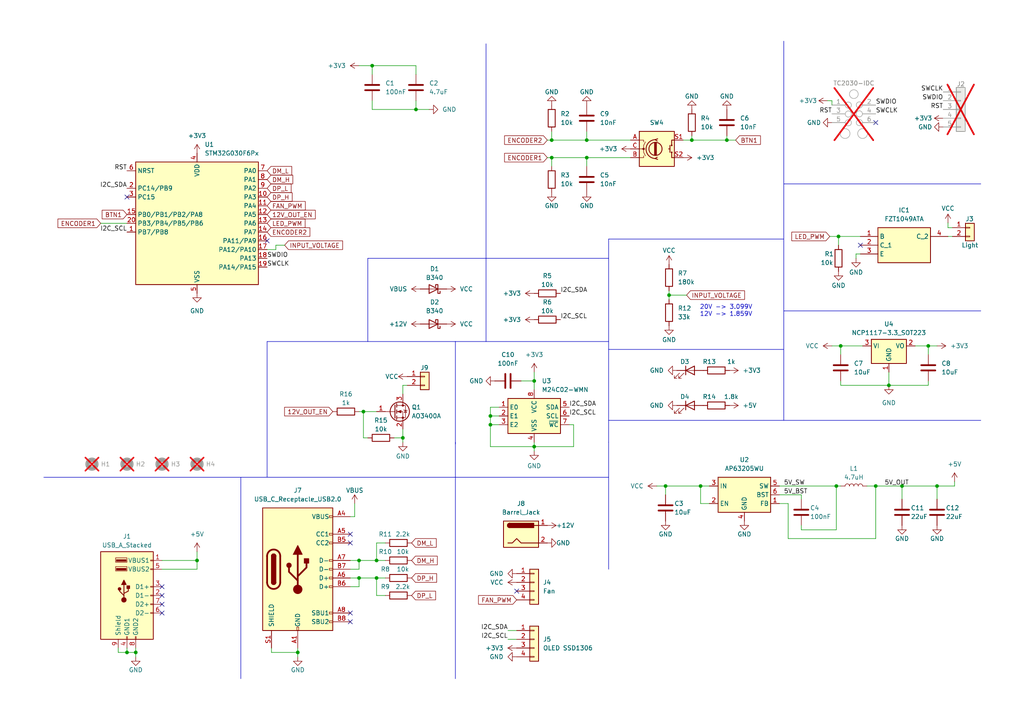
<source format=kicad_sch>
(kicad_sch (version 20231120) (generator "eeschema") (generator_version "8.0")
  (paper "A4")
  (junction (at 154.94 129.54))
  (junction (at 107.95 19.05))
  (junction (at 271.78 140.97))
  (junction (at 154.94 110.49))
  (junction (at 86.36 189.23))
  (junction (at 254 140.97))
  (junction (at 109.22 167.64))
  (junction (at 261.62 140.97))
  (junction (at 269.24 100.33))
  (junction (at 194.056 85.598))
  (junction (at 210.82 40.64))
  (junction (at 242.57 140.97))
  (junction (at 39.37 189.23))
  (junction (at 142.24 123.19))
  (junction (at 104.14 162.56))
  (junction (at 104.14 167.64))
  (junction (at 160.02 45.72))
  (junction (at 36.83 189.23))
  (junction (at 160.02 40.64))
  (junction (at 170.18 40.64))
  (junction (at 193.04 140.97))
  (junction (at 116.84 127))
  (junction (at 203.2 140.97))
  (junction (at 200.66 40.64))
  (junction (at 257.81 111.76))
  (junction (at 170.18 45.72))
  (junction (at 57.15 162.56))
  (junction (at 120.65 31.75))
  (junction (at 243.205 68.58))
  (junction (at 142.24 120.65))
  (junction (at 109.22 162.56))
  (junction (at 105.41 119.38))
  (junction (at 243.84 100.33))
  (no_connect (at 149.86 171.45))
  (no_connect (at 101.6 154.94))
  (no_connect (at 101.6 177.8))
  (no_connect (at 36.83 57.15))
  (no_connect (at 254 35.56))
  (no_connect (at 249.555 71.12))
  (no_connect (at 46.99 172.72))
  (no_connect (at 101.6 157.48))
  (no_connect (at 101.6 180.34))
  (no_connect (at 46.99 177.8))
  (no_connect (at 46.99 175.26))
  (no_connect (at 77.47 69.85))
  (no_connect (at 46.99 170.18))
  (wire (pts (xy 78.74 187.96) (xy 78.74 189.23)))
  (polyline (pts (xy 176.53 99.06) (xy 132.08 99.06)))
  (wire (pts (xy 198.12 40.64) (xy 200.66 40.64)))
  (polyline (pts (xy 69.85 138.43) (xy 69.85 196.85)))
  (polyline (pts (xy 176.53 128.27) (xy 176.53 121.92)))
  (wire (pts (xy 101.6 149.86) (xy 102.87 149.86)))
  (wire (pts (xy 104.14 162.56) (xy 109.22 162.56)))
  (wire (pts (xy 86.36 187.96) (xy 86.36 189.23)))
  (wire (pts (xy 116.84 127) (xy 116.84 124.46)))
  (wire (pts (xy 101.6 162.56) (xy 104.14 162.56)))
  (wire (pts (xy 107.95 19.05) (xy 107.95 21.59)))
  (wire (pts (xy 243.84 110.49) (xy 243.84 111.76)))
  (wire (pts (xy 210.82 40.64) (xy 213.36 40.64)))
  (wire (pts (xy 104.14 170.18) (xy 104.14 167.64)))
  (wire (pts (xy 46.99 162.56) (xy 57.15 162.56)))
  (polyline (pts (xy 284.48 90.17) (xy 227.33 90.17)))
  (wire (pts (xy 144.78 120.65) (xy 142.24 120.65)))
  (wire (pts (xy 228.6 156.21) (xy 254 156.21)))
  (polyline (pts (xy 227.33 11.938) (xy 227.33 53.34)))
  (wire (pts (xy 147.32 182.88) (xy 149.86 182.88)))
  (wire (pts (xy 104.14 119.38) (xy 105.41 119.38)))
  (wire (pts (xy 102.87 149.86) (xy 102.87 146.05)))
  (polyline (pts (xy 176.53 101.346) (xy 176.53 69.342)))
  (wire (pts (xy 210.82 40.64) (xy 210.82 39.37)))
  (wire (pts (xy 77.47 72.39) (xy 80.01 72.39)))
  (wire (pts (xy 142.24 118.11) (xy 142.24 120.65)))
  (polyline (pts (xy 132.08 99.06) (xy 132.08 128.778)))
  (wire (pts (xy 116.84 111.76) (xy 116.84 114.3)))
  (wire (pts (xy 57.15 165.1) (xy 46.99 165.1)))
  (wire (pts (xy 80.01 71.12) (xy 82.55 71.12)))
  (wire (pts (xy 158.75 45.72) (xy 160.02 45.72)))
  (wire (pts (xy 271.78 140.97) (xy 261.62 140.97)))
  (wire (pts (xy 243.84 111.76) (xy 257.81 111.76)))
  (wire (pts (xy 194.056 85.598) (xy 194.056 86.868)))
  (wire (pts (xy 274.955 64.643) (xy 274.955 66.04)))
  (wire (pts (xy 241.3 100.33) (xy 243.84 100.33)))
  (wire (pts (xy 232.41 152.4) (xy 232.41 153.67)))
  (wire (pts (xy 142.24 123.19) (xy 142.24 129.54)))
  (polyline (pts (xy 106.68 74.93) (xy 106.68 99.06)))
  (wire (pts (xy 276.86 139.7) (xy 276.86 140.97)))
  (wire (pts (xy 170.18 45.72) (xy 182.88 45.72)))
  (polyline (pts (xy 140.97 74.93) (xy 140.97 99.06)))
  (wire (pts (xy 104.14 165.1) (xy 104.14 162.56)))
  (wire (pts (xy 242.57 140.97) (xy 243.84 140.97)))
  (polyline (pts (xy 176.53 121.92) (xy 284.48 121.92)))
  (wire (pts (xy 242.57 153.67) (xy 242.57 140.97)))
  (wire (pts (xy 36.83 187.96) (xy 36.83 189.23)))
  (wire (pts (xy 154.94 107.95) (xy 154.94 110.49)))
  (wire (pts (xy 142.24 129.54) (xy 154.94 129.54)))
  (wire (pts (xy 271.78 144.78) (xy 271.78 140.97)))
  (polyline (pts (xy 12.7 138.43) (xy 69.85 138.43)))
  (wire (pts (xy 257.81 111.76) (xy 269.24 111.76)))
  (wire (pts (xy 248.285 73.66) (xy 249.555 73.66)))
  (wire (pts (xy 241.3 30.48) (xy 241.3 29.21)))
  (wire (pts (xy 109.22 167.64) (xy 111.76 167.64)))
  (polyline (pts (xy 176.53 74.93) (xy 140.97 74.93)))
  (wire (pts (xy 36.83 189.23) (xy 39.37 189.23)))
  (wire (pts (xy 240.665 68.58) (xy 243.205 68.58)))
  (wire (pts (xy 105.41 119.38) (xy 109.22 119.38)))
  (wire (pts (xy 269.24 100.33) (xy 271.78 100.33)))
  (wire (pts (xy 151.13 110.49) (xy 154.94 110.49)))
  (wire (pts (xy 166.37 129.54) (xy 154.94 129.54)))
  (wire (pts (xy 116.84 127) (xy 116.84 128.27)))
  (wire (pts (xy 78.74 189.23) (xy 86.36 189.23)))
  (wire (pts (xy 109.22 157.48) (xy 109.22 162.56)))
  (wire (pts (xy 160.02 45.72) (xy 170.18 45.72)))
  (wire (pts (xy 243.205 68.58) (xy 243.205 71.12)))
  (wire (pts (xy 269.24 100.33) (xy 269.24 102.87)))
  (wire (pts (xy 107.95 31.75) (xy 120.65 31.75)))
  (wire (pts (xy 158.75 40.64) (xy 160.02 40.64)))
  (wire (pts (xy 265.43 100.33) (xy 269.24 100.33)))
  (wire (pts (xy 57.15 162.56) (xy 57.15 165.1)))
  (polyline (pts (xy 140.97 74.93) (xy 106.68 74.93)))
  (wire (pts (xy 276.86 140.97) (xy 271.78 140.97)))
  (wire (pts (xy 39.37 189.23) (xy 39.37 190.5)))
  (wire (pts (xy 86.36 189.23) (xy 86.36 190.5)))
  (polyline (pts (xy 132.08 128.27) (xy 132.08 196.85)))
  (wire (pts (xy 160.02 48.26) (xy 160.02 45.72)))
  (wire (pts (xy 109.22 172.72) (xy 109.22 167.64)))
  (wire (pts (xy 254 140.97) (xy 261.62 140.97)))
  (wire (pts (xy 254 156.21) (xy 254 140.97)))
  (wire (pts (xy 257.81 107.95) (xy 257.81 111.76)))
  (wire (pts (xy 106.68 127) (xy 105.41 127)))
  (wire (pts (xy 203.2 140.97) (xy 205.74 140.97)))
  (wire (pts (xy 226.06 146.05) (xy 228.6 146.05)))
  (wire (pts (xy 104.14 19.05) (xy 107.95 19.05)))
  (wire (pts (xy 105.41 127) (xy 105.41 119.38)))
  (wire (pts (xy 120.65 29.21) (xy 120.65 31.75)))
  (wire (pts (xy 118.11 111.76) (xy 116.84 111.76)))
  (polyline (pts (xy 227.33 90.17) (xy 227.33 121.92)))
  (wire (pts (xy 142.24 120.65) (xy 142.24 123.19)))
  (polyline (pts (xy 140.97 12.7) (xy 140.97 74.93)))
  (wire (pts (xy 243.205 68.58) (xy 249.555 68.58)))
  (wire (pts (xy 101.6 165.1) (xy 104.14 165.1)))
  (wire (pts (xy 274.955 68.58) (xy 276.225 68.58)))
  (wire (pts (xy 120.65 21.59) (xy 120.65 19.05)))
  (wire (pts (xy 120.65 19.05) (xy 107.95 19.05)))
  (wire (pts (xy 160.02 40.64) (xy 160.02 38.1)))
  (wire (pts (xy 165.1 123.19) (xy 166.37 123.19)))
  (wire (pts (xy 274.955 66.04) (xy 276.225 66.04)))
  (wire (pts (xy 200.66 40.64) (xy 210.82 40.64)))
  (wire (pts (xy 200.66 39.37) (xy 200.66 40.64)))
  (wire (pts (xy 144.78 123.19) (xy 142.24 123.19)))
  (wire (pts (xy 241.3 29.21) (xy 240.03 29.21)))
  (wire (pts (xy 193.04 140.97) (xy 203.2 140.97)))
  (wire (pts (xy 109.22 162.56) (xy 111.76 162.56)))
  (polyline (pts (xy 132.08 138.43) (xy 176.53 138.43)))
  (polyline (pts (xy 227.33 90.17) (xy 227.33 53.34)))
  (wire (pts (xy 154.94 128.27) (xy 154.94 129.54)))
  (wire (pts (xy 101.6 170.18) (xy 104.14 170.18)))
  (wire (pts (xy 154.94 110.49) (xy 154.94 113.03)))
  (polyline (pts (xy 132.08 99.06) (xy 77.47 99.06)))
  (wire (pts (xy 166.37 123.19) (xy 166.37 129.54)))
  (wire (pts (xy 107.95 29.21) (xy 107.95 31.75)))
  (wire (pts (xy 203.2 146.05) (xy 203.2 140.97)))
  (wire (pts (xy 111.76 172.72) (xy 109.22 172.72)))
  (wire (pts (xy 34.29 187.96) (xy 34.29 189.23)))
  (wire (pts (xy 243.84 100.33) (xy 243.84 102.87)))
  (wire (pts (xy 114.3 127) (xy 116.84 127)))
  (wire (pts (xy 205.74 146.05) (xy 203.2 146.05)))
  (wire (pts (xy 193.04 140.97) (xy 193.04 143.51)))
  (wire (pts (xy 29.21 64.77) (xy 36.83 64.77)))
  (polyline (pts (xy 69.85 138.43) (xy 132.08 138.43)))
  (wire (pts (xy 194.056 85.598) (xy 199.136 85.598)))
  (wire (pts (xy 57.15 160.02) (xy 57.15 162.56)))
  (wire (pts (xy 226.06 140.97) (xy 242.57 140.97)))
  (wire (pts (xy 190.5 140.97) (xy 193.04 140.97)))
  (wire (pts (xy 269.24 111.76) (xy 269.24 110.49)))
  (wire (pts (xy 251.46 140.97) (xy 254 140.97)))
  (polyline (pts (xy 176.53 101.346) (xy 227.33 101.346)))
  (wire (pts (xy 228.6 146.05) (xy 228.6 156.21)))
  (wire (pts (xy 39.37 187.96) (xy 39.37 189.23)))
  (wire (pts (xy 144.78 118.11) (xy 142.24 118.11)))
  (wire (pts (xy 194.056 84.328) (xy 194.056 85.598)))
  (polyline (pts (xy 176.53 69.342) (xy 227.33 69.342)))
  (polyline (pts (xy 176.53 121.92) (xy 176.53 101.346)))
  (wire (pts (xy 154.94 129.54) (xy 154.94 130.81)))
  (wire (pts (xy 147.32 185.42) (xy 149.86 185.42)))
  (polyline (pts (xy 77.47 99.06) (xy 77.47 138.43)))
  (wire (pts (xy 182.88 40.64) (xy 170.18 40.64)))
  (wire (pts (xy 248.285 74.93) (xy 248.285 73.66)))
  (wire (pts (xy 232.41 153.67) (xy 242.57 153.67)))
  (wire (pts (xy 101.6 167.64) (xy 104.14 167.64)))
  (wire (pts (xy 170.18 40.64) (xy 160.02 40.64)))
  (wire (pts (xy 80.01 72.39) (xy 80.01 71.12)))
  (wire (pts (xy 111.76 157.48) (xy 109.22 157.48)))
  (wire (pts (xy 170.18 48.26) (xy 170.18 45.72)))
  (wire (pts (xy 261.62 140.97) (xy 261.62 144.78)))
  (wire (pts (xy 226.06 143.51) (xy 232.41 143.51)))
  (polyline (pts (xy 227.33 53.34) (xy 284.48 53.34)))
  (wire (pts (xy 170.18 38.1) (xy 170.18 40.64)))
  (wire (pts (xy 104.14 167.64) (xy 109.22 167.64)))
  (polyline (pts (xy 176.53 128.27) (xy 176.53 165.1)))
  (wire (pts (xy 243.84 100.33) (xy 250.19 100.33)))
  (wire (pts (xy 232.41 143.51) (xy 232.41 144.78)))
  (wire (pts (xy 120.65 31.75) (xy 124.46 31.75)))
  (wire (pts (xy 34.29 189.23) (xy 36.83 189.23)))
  (text "20V -> 3.099V\n12V -> 1.859V" (at 202.946 91.948 0) (effects (font (size 1.27 1.27)) (justify left bottom)))
  (label "I2C_SCL" (at 162.56 92.71 0))
  (label "I2C_SCL" (at 165.1 120.65 0))
  (label "SWDIO" (at 77.47 74.93 0))
  (label "SWCLK" (at 254 33.02 0))
  (label "SWCLK" (at 273.558 26.67 180))
  (label "I2C_SCL" (at 36.83 67.31 180))
  (label "SWDIO" (at 273.558 29.21 180))
  (label "I2C_SDA" (at 165.1 118.11 0))
  (label "I2C_SCL" (at 147.32 185.42 180))
  (label "SWCLK" (at 77.47 77.47 0))
  (label "I2C_SDA" (at 36.83 54.61 180))
  (label "5V_SW" (at 227.33 140.97 0))
  (label "RST" (at 273.558 31.75 180))
  (label "RST" (at 36.83 49.53 180))
  (label "RST" (at 241.3 33.02 180))
  (label "I2C_SDA" (at 162.56 85.09 0))
  (label "SWDIO" (at 254 30.48 0))
  (label "I2C_SDA" (at 147.32 182.88 180))
  (label "5V_OUT" (at 256.54 140.97 0))
  (label "5V_BST" (at 227.33 143.51 0))
  (global_label "FAN_PWM" (shape input) (at 77.47 59.69 0) (property "Intersheetrefs" "${INTERSHEET_REFS}" (effects (hide yes))))
  (global_label "DM_L" (shape input) (at 119.38 157.48 0) (property "Intersheetrefs" "${INTERSHEET_REFS}" (effects (hide yes))))
  (global_label "LED_PWM" (shape input) (at 77.47 64.77 0) (property "Intersheetrefs" "${INTERSHEET_REFS}" (effects (hide yes))))
  (global_label "FAN_PWM" (shape input) (at 149.86 173.99 180) (property "Intersheetrefs" "${INTERSHEET_REFS}" (effects (hide yes))))
  (global_label "ENCODER2" (shape input) (at 158.75 40.64 180) (property "Intersheetrefs" "${INTERSHEET_REFS}" (effects (hide yes))))
  (global_label "DP_H" (shape input) (at 119.38 167.64 0) (property "Intersheetrefs" "${INTERSHEET_REFS}" (effects (hide yes))))
  (global_label "DP_H" (shape input) (at 77.47 57.15 0) (property "Intersheetrefs" "${INTERSHEET_REFS}" (effects (hide yes))))
  (global_label "DM_H" (shape input) (at 119.38 162.56 0) (property "Intersheetrefs" "${INTERSHEET_REFS}" (effects (hide yes))))
  (global_label "INPUT_VOLTAGE" (shape input) (at 199.136 85.598 0) (property "Intersheetrefs" "${INTERSHEET_REFS}" (effects (hide yes))))
  (global_label "ENCODER1" (shape input) (at 158.75 45.72 180) (property "Intersheetrefs" "${INTERSHEET_REFS}" (effects (hide yes))))
  (global_label "INPUT_VOLTAGE" (shape input) (at 82.55 71.12 0) (property "Intersheetrefs" "${INTERSHEET_REFS}" (effects (hide yes))))
  (global_label "12V_OUT_EN" (shape input) (at 77.47 62.23 0) (property "Intersheetrefs" "${INTERSHEET_REFS}" (effects (hide yes))))
  (global_label "ENCODER1" (shape input) (at 29.21 64.77 180) (property "Intersheetrefs" "${INTERSHEET_REFS}" (effects (hide yes))))
  (global_label "12V_OUT_EN" (shape input) (at 96.52 119.38 180) (property "Intersheetrefs" "${INTERSHEET_REFS}" (effects (hide yes))))
  (global_label "BTN1" (shape input) (at 36.83 62.23 180) (property "Intersheetrefs" "${INTERSHEET_REFS}" (effects (hide yes))))
  (global_label "BTN1" (shape input) (at 213.36 40.64 0) (property "Intersheetrefs" "${INTERSHEET_REFS}" (effects (hide yes))))
  (global_label "LED_PWM" (shape input) (at 240.665 68.58 180) (property "Intersheetrefs" "${INTERSHEET_REFS}" (effects (hide yes))))
  (global_label "DP_L" (shape input) (at 119.38 172.72 0) (property "Intersheetrefs" "${INTERSHEET_REFS}" (effects (hide yes))))
  (global_label "DM_L" (shape input) (at 77.47 49.53 0) (property "Intersheetrefs" "${INTERSHEET_REFS}" (effects (hide yes))))
  (global_label "ENCODER2" (shape input) (at 77.47 67.31 0) (property "Intersheetrefs" "${INTERSHEET_REFS}" (effects (hide yes))))
  (global_label "DP_L" (shape input) (at 77.47 54.61 0) (property "Intersheetrefs" "${INTERSHEET_REFS}" (effects (hide yes))))
  (global_label "DM_H" (shape input) (at 77.47 52.07 0) (property "Intersheetrefs" "${INTERSHEET_REFS}" (effects (hide yes))))
  (symbol (lib_id "power:VCC") (at 149.86 168.91 90) (unit 1)
    (property "Reference" "#PWR021" (effects (hide yes)))
    (property "Value" "VCC" (at 146.05 168.91 90) (effects (justify left)))
  )
  (symbol (lib_id "power:GND") (at 39.37 190.5 0) (unit 1)
    (property "Reference" "#PWR07" (effects (hide yes)))
    (property "Value" "GND" (at 39.37 194.31 0))
  )
  (symbol (lib_id "power:VCC") (at 129.54 83.82 270) (unit 1)
    (property "Reference" "#PWR044" (effects (hide yes)))
    (property "Value" "VCC" (at 133.35 83.82 90) (effects (justify left)))
  )
  (symbol (lib_id "FZT1049ATA:FZT1049ATA") (at 249.555 68.58 0) (unit 1)
    (property "Reference" "IC1" (at 262.255 60.96 0))
    (property "Value" "FZT1049ATA" (at 262.255 63.5 0))
    (property "Footprint" "FZT1049ATA:SOT230P700X180-4N" (effects (hide yes)))
    (property "Datasheet" "https://www.diodes.com/assets/Datasheets/FZT1049A.pdf" (effects (hide yes)))
    (property "Height" "1.8" (effects (hide yes)))
    (property "Manufacturer_Name" "Diodes Inc." (effects (hide yes)))
    (property "Manufacturer_Part_Number" "FZT1049ATA" (effects (hide yes)))
    (property "Mouser Part Number" "522-FZT1049ATA" (effects (hide yes)))
    (property "Mouser Price/Stock" "https://www.mouser.com/Search/Refine.aspx?Keyword=522-FZT1049ATA" (effects (hide yes)))
    (property "Arrow Part Number" "FZT1049ATA" (effects (hide yes)))
    (property "Arrow Price/Stock" "https://www.arrow.com/en/products/fzt1049ata/diodes-incorporated" (effects (hide yes)))
    (property "LCSC" "C73835" (effects (hide yes)))
    (property "MOUSER" "522-FZT1049ATA" (effects (hide yes)))
  )
  (symbol (lib_id "power:+5V") (at 276.86 139.7 0) (unit 1)
    (property "Reference" "#PWR06" (effects (hide yes)))
    (property "Value" "+5V" (at 276.86 134.62 0))
  )
  (symbol (lib_id "Device:C") (at 271.78 148.59 0) (unit 1)
    (property "Reference" "C12" (at 274.32 147.32 0) (effects (justify left)))
    (property "Value" "22uF" (at 274.32 149.86 0) (effects (justify left)))
    (property "Footprint" "Capacitor_SMD:C_1206_3216Metric" (effects (hide yes)))
    (property "Description" "Unpolarized capacitor" (effects (hide yes)))
    (property "LCSC" "C12891" (effects (hide yes)))
    (property "MOUSER" "187-CL31A226KAHNNNE " (effects (hide yes)))
    (property "Manufacturer_Part_Number" "CL31A226KAHNNNE" (effects (hide yes)))
  )
  (symbol (lib_id "Device:R") (at 100.33 119.38 90) (unit 1)
    (property "Reference" "R16" (at 100.33 114.3 90))
    (property "Value" "1k" (at 100.33 116.84 90))
    (property "Footprint" "Resistor_SMD:R_0603_1608Metric" (effects (hide yes)))
    (property "LCSC" "C22548" (effects (hide yes)))
    (property "MOUSER" "603-RC0603FR-071KL" (effects (hide yes)))
    (property "Manufacturer_Part_Number" "RC0603FR-071KL" (effects (hide yes)))
  )
  (symbol (lib_id "power:+3V3") (at 149.86 187.96 90) (unit 1)
    (property "Reference" "#PWR032" (effects (hide yes)))
    (property "Value" "+3V3" (at 146.05 187.96 90) (effects (justify left)))
  )
  (symbol (lib_id "Device:C") (at 170.18 52.07 0) (unit 1)
    (property "Reference" "C5" (at 173.99 50.8 0) (effects (justify left)))
    (property "Value" "10nF" (at 173.99 53.34 0) (effects (justify left)))
    (property "Footprint" "Capacitor_SMD:C_0603_1608Metric" (effects (hide yes)))
    (property "LCSC" "C7248" (effects (hide yes)))
    (property "MOUSER" "187-CL10B103JB8NNNC " (effects (hide yes)))
    (property "Manufacturer_Part_Number" "CL10B103JB8NNNC" (effects (hide yes)))
  )
  (symbol (lib_id "Device:C") (at 261.62 148.59 0) (unit 1)
    (property "Reference" "C11" (at 264.16 147.32 0) (effects (justify left)))
    (property "Value" "22uF" (at 264.16 149.86 0) (effects (justify left)))
    (property "Footprint" "Capacitor_SMD:C_1206_3216Metric" (effects (hide yes)))
    (property "Description" "Unpolarized capacitor" (effects (hide yes)))
    (property "LCSC" "C12891" (effects (hide yes)))
    (property "MOUSER" "187-CL31A226KAHNNNE " (effects (hide yes)))
    (property "Manufacturer_Part_Number" "CL31A226KAHNNNE" (effects (hide yes)))
  )
  (symbol (lib_id "Device:R") (at 160.02 34.29 0) (unit 1)
    (property "Reference" "R2" (at 162.56 33.02 0) (effects (justify left)))
    (property "Value" "10k" (at 162.56 35.56 0) (effects (justify left)))
    (property "Footprint" "Resistor_SMD:R_0603_1608Metric" (effects (hide yes)))
    (property "LCSC" "C98220" (effects (hide yes)))
    (property "MOUSER" "603-RC0603FR-0710KL" (effects (hide yes)))
    (property "Manufacturer_Part_Number" "RC0603FR-0710KL" (effects (hide yes)))
  )
  (symbol (lib_id "power:GND") (at 248.285 74.93 0) (unit 1)
    (property "Reference" "#PWR018" (effects (hide yes)))
    (property "Value" "GND" (at 248.285 78.994 0))
  )
  (symbol (lib_id "MCU_ST_STM32G0:STM32G030F6Px") (at 57.15 64.77 0) (unit 1)
    (property "Reference" "U1" (at 59.3441 41.91 0) (effects (justify left)))
    (property "Value" "STM32G030F6Px" (at 59.3441 44.45 0) (effects (justify left)))
    (property "Footprint" "Package_SO:TSSOP-20_4.4x6.5mm_P0.65mm" (effects (hide yes)))
    (property "Datasheet" "https://www.st.com/resource/en/datasheet/stm32g030f6.pdf" (effects (hide yes)))
    (property "LCSC" "C529330" (effects (hide yes)))
    (property "MOUSER" "511-STM32G030F6P6TR" (effects (hide yes)))
    (property "Manufacturer_Part_Number" "STM32G030F6P6TR" (effects (hide yes)))
  )
  (symbol (lib_id "power:VCC") (at 241.3 100.33 90) (unit 1)
    (property "Reference" "#PWR015" (effects (hide yes)))
    (property "Value" "VCC" (at 237.49 100.33 90) (effects (justify left)))
  )
  (symbol (lib_id "power:+3V3") (at 273.558 34.29 90) (unit 1)
    (property "Reference" "#PWR046" (effects (hide yes)))
    (property "Value" "+3V3" (at 270.383 34.29 90) (effects (justify left)))
  )
  (symbol (lib_id "Mechanical:MountingHole") (at 46.99 134.62 0) (unit 1) (dnp yes)
    (property "Reference" "H3" (at 49.53 134.6199 0) (effects (justify left)))
    (property "Value" "MountingHole" (effects (hide yes)))
    (property "Footprint" "MountingHole:MountingHole_3.2mm_M3" (effects (hide yes)))
  )
  (symbol (lib_id "Device:C") (at 120.65 25.4 0) (unit 1)
    (property "Reference" "C2" (at 124.46 24.13 0) (effects (justify left)))
    (property "Value" "4.7uF" (at 124.46 26.67 0) (effects (justify left)))
    (property "Footprint" "Capacitor_SMD:C_0805_2012Metric" (effects (hide yes)))
    (property "LCSC" "C1779" (effects (hide yes)))
    (property "MOUSER" "187-CL21A475KAQNNNE " (effects (hide yes)))
    (property "Manufacturer_Part_Number" "CL21A475KAQNNNE" (effects (hide yes)))
  )
  (symbol (lib_id "Device:R") (at 200.66 35.56 0) (unit 1)
    (property "Reference" "R4" (at 203.2 34.29 0) (effects (justify left)))
    (property "Value" "10k" (at 203.2 36.83 0) (effects (justify left)))
    (property "Footprint" "Resistor_SMD:R_0603_1608Metric" (effects (hide yes)))
    (property "LCSC" "C98220" (effects (hide yes)))
    (property "MOUSER" "603-RC0603FR-0710KL" (effects (hide yes)))
    (property "Manufacturer_Part_Number" "RC0603FR-0710KL" (effects (hide yes)))
  )
  (symbol (lib_id "Device:C") (at 193.04 147.32 0) (unit 1)
    (property "Reference" "C3" (at 195.58 146.05 0) (effects (justify left)))
    (property "Value" "10uF" (at 195.58 148.59 0) (effects (justify left)))
    (property "Footprint" "Capacitor_SMD:C_0805_2012Metric" (effects (hide yes)))
    (property "Description" "Unpolarized capacitor" (effects (hide yes)))
    (property "LCSC" "C1713" (effects (hide yes)))
    (property "MOUSER" "187-CL21A106KOQNNNE " (effects (hide yes)))
    (property "Manufacturer_Part_Number" "CL21A106KOQNNNE" (effects (hide yes)))
  )
  (symbol (lib_id "Device:R") (at 115.57 162.56 90) (unit 1)
    (property "Reference" "R10" (at 111.76 160.02 90))
    (property "Value" "10k" (at 116.84 160.02 90))
    (property "Footprint" "Resistor_SMD:R_0603_1608Metric" (effects (hide yes)))
    (property "LCSC" "C98220" (effects (hide yes)))
    (property "MOUSER" "603-RC0603FR-0710KL" (effects (hide yes)))
    (property "Manufacturer_Part_Number" "RC0603FR-0710KL" (effects (hide yes)))
  )
  (symbol (lib_id "power:+3V3") (at 182.88 43.18 90) (unit 1)
    (property "Reference" "#PWR022" (effects (hide yes)))
    (property "Value" "+3V3" (at 179.07 43.18 90) (effects (justify left)))
  )
  (symbol (lib_id "Device:RotaryEncoder_Switch") (at 190.5 43.18 0) (unit 1)
    (property "Reference" "SW4" (at 190.5 35.56 0))
    (property "Value" "RotaryEncoder_Switch" (effects (hide yes)))
    (property "Footprint" "Rotary_Encoder:RotaryEncoder_Bourns_Vertical_PEC12R-3x17F-Sxxxx" (effects (hide yes)))
    (property "LCSC" "C18164805" (effects (hide yes)))
    (property "MOUSER" "PEC12R-4220F-S0024" (effects (hide yes)))
    (property "Manufacturer_Part_Number" "652-PEC12R-4220F-S24" (effects (hide yes)))
  )
  (symbol (lib_id "Diode:B340") (at 125.73 93.98 180) (unit 1)
    (property "Reference" "D2" (at 126.0475 87.63 0))
    (property "Value" "B340" (at 126.0475 90.17 0))
    (property "Footprint" "Diode_SMD:D_SMA" (effects (hide yes)))
    (property "Datasheet" "http://www.jameco.com/Jameco/Products/ProdDS/1538777.pdf" (effects (hide yes)))
    (property "LCSC" "C85098" (effects (hide yes)))
    (property "MOUSER" "621-B340A-F" (effects (hide yes)))
    (property "Manufacturer_Part_Number" "B340A-13-F" (effects (hide yes)))
  )
  (symbol (lib_id "power:GND") (at 124.46 31.75 90) (unit 1)
    (property "Reference" "#PWR03" (effects (hide yes)))
    (property "Value" "GND" (at 128.27 31.75 90) (effects (justify right)))
  )
  (symbol (lib_id "Mechanical:MountingHole") (at 57.15 134.62 0) (unit 1) (dnp yes)
    (property "Reference" "H4" (at 59.69 134.6199 0) (effects (justify left)))
    (property "Value" "MountingHole" (effects (hide yes)))
    (property "Footprint" "MountingHole:MountingHole_3.2mm_M3" (effects (hide yes)))
  )
  (symbol (lib_id "power:GND") (at 160.02 30.48 180) (unit 1)
    (property "Reference" "#PWR012" (effects (hide yes)))
    (property "Value" "GND" (at 160.02 26.67 0))
  )
  (symbol (lib_id "Device:R") (at 243.205 74.93 0) (unit 1)
    (property "Reference" "R1" (at 239.141 73.66 0) (effects (justify left)))
    (property "Value" "10k" (at 237.998 76.2 0) (effects (justify left)))
    (property "Footprint" "Resistor_SMD:R_0603_1608Metric" (effects (hide yes)))
    (property "LCSC" "C98220" (effects (hide yes)))
    (property "MOUSER" "603-RC0603FR-0710KL" (effects (hide yes)))
    (property "Manufacturer_Part_Number" "RC0603FR-0710KL" (effects (hide yes)))
  )
  (symbol (lib_id "Device:R") (at 158.75 92.71 90) (unit 1)
    (property "Reference" "R6" (at 158.75 87.63 90))
    (property "Value" "10k" (at 158.75 90.17 90))
    (property "Footprint" "Resistor_SMD:R_0603_1608Metric" (effects (hide yes)))
    (property "LCSC" "C98220" (effects (hide yes)))
    (property "MOUSER" "603-RC0603FR-0710KL" (effects (hide yes)))
    (property "Manufacturer_Part_Number" "RC0603FR-0710KL" (effects (hide yes)))
  )
  (symbol (lib_id "Device:R") (at 207.772 107.442 90) (unit 1)
    (property "Reference" "R13" (at 205.74 104.902 90))
    (property "Value" "1k" (at 212.09 104.902 90))
    (property "Footprint" "Resistor_SMD:R_0603_1608Metric" (effects (hide yes)))
    (property "LCSC" "C22548" (effects (hide yes)))
    (property "MOUSER" "603-RC0603FR-071KL" (effects (hide yes)))
    (property "Manufacturer_Part_Number" "RC0603FR-071KL" (effects (hide yes)))
  )
  (symbol (lib_id "Device:C") (at 210.82 35.56 0) (unit 1)
    (property "Reference" "C6" (at 214.63 34.29 0) (effects (justify left)))
    (property "Value" "10nF" (at 214.63 36.83 0) (effects (justify left)))
    (property "Footprint" "Capacitor_SMD:C_0603_1608Metric" (effects (hide yes)))
    (property "LCSC" "C7248" (effects (hide yes)))
    (property "MOUSER" "187-CL10B103JB8NNNC " (effects (hide yes)))
    (property "Manufacturer_Part_Number" "CL10B103JB8NNNC" (effects (hide yes)))
  )
  (symbol (lib_id "power:+3V3") (at 198.12 45.72 270) (unit 1)
    (property "Reference" "#PWR010" (effects (hide yes)))
    (property "Value" "+3V3" (at 201.93 45.72 90) (effects (justify left)))
  )
  (symbol (lib_id "Regulator_Switching:AP63205WU") (at 215.9 143.51 0) (unit 1)
    (property "Reference" "U2" (at 215.9 133.35 0))
    (property "Value" "AP63205WU" (at 215.9 135.89 0))
    (property "Footprint" "Package_TO_SOT_SMD:TSOT-23-6" (effects (hide yes)))
    (property "Datasheet" "https://www.diodes.com/assets/Datasheets/AP63200-AP63201-AP63203-AP63205.pdf" (effects (hide yes)))
    (property "Description" "2A, 1.1MHz Buck DC/DC Converter, fixed 5.0V output voltage, TSOT-23-6" (effects (hide yes)))
    (property "LCSC" "C2071056" (effects (hide yes)))
    (property "MOUSER" "621-AP63205WU-7" (effects (hide yes)))
    (property "Manufacturer_Part_Number" "AP63205WU-7" (effects (hide yes)))
  )
  (symbol (lib_id "power:GND") (at 243.205 78.74 0) (unit 1)
    (property "Reference" "#PWR053" (effects (hide yes)))
    (property "Value" "GND" (at 243.205 82.804 0))
  )
  (symbol (lib_id "Diode:B340") (at 125.73 83.82 180) (unit 1)
    (property "Reference" "D1" (at 126.0475 77.978 0))
    (property "Value" "B340" (at 126.0475 80.518 0))
    (property "Footprint" "Diode_SMD:D_SMA" (effects (hide yes)))
    (property "Datasheet" "http://www.jameco.com/Jameco/Products/ProdDS/1538777.pdf" (effects (hide yes)))
    (property "LCSC" "C85098" (effects (hide yes)))
    (property "MOUSER" "621-B340A-F" (effects (hide yes)))
    (property "Manufacturer_Part_Number" "B340A-13-F" (effects (hide yes)))
  )
  (symbol (lib_id "power:GND") (at 194.056 94.488 0) (unit 1)
    (property "Reference" "#PWR013" (effects (hide yes)))
    (property "Value" "GND" (at 194.056 98.552 0))
  )
  (symbol (lib_id "power:+3V3") (at 211.582 107.442 270) (unit 1)
    (property "Reference" "#PWR036" (effects (hide yes)))
    (property "Value" "+3V3" (at 215.392 107.442 90) (effects (justify left)))
  )
  (symbol (lib_id "Device:LED") (at 200.152 107.442 0) (unit 1)
    (property "Reference" "D3" (at 198.628 104.902 0))
    (property "Value" "LED" (effects (hide yes)))
    (property "Footprint" "LED_SMD:LED_0603_1608Metric" (effects (hide yes)))
    (property "LCSC" "C84266" (effects (hide yes)))
    (property "MOUSER" "710-150060BS75000" (effects (hide yes)))
    (property "Manufacturer_Part_Number" "150060BS75000" (effects (hide yes)))
  )
  (symbol (lib_id "power:GND") (at 86.36 190.5 0) (unit 1)
    (property "Reference" "#PWR038" (effects (hide yes)))
    (property "Value" "GND" (at 86.36 194.31 0))
  )
  (symbol (lib_id "Mechanical:MountingHole") (at 36.83 134.62 0) (unit 1) (dnp yes)
    (property "Reference" "H2" (at 39.37 134.6199 0) (effects (justify left)))
    (property "Value" "MountingHole" (effects (hide yes)))
    (property "Footprint" "MountingHole:MountingHole_3.2mm_M3" (effects (hide yes)))
  )
  (symbol (lib_id "power:GND") (at 215.9 151.13 0) (unit 1)
    (property "Reference" "#PWR054" (effects (hide yes)))
    (property "Value" "GND" (at 215.9 154.94 0))
  )
  (symbol (lib_id "power:GND") (at 241.3 35.56 270) (unit 1)
    (property "Reference" "#PWR028" (effects (hide yes)))
    (property "Value" "GND" (at 238.125 35.56 90) (effects (justify right)))
  )
  (symbol (lib_id "power:GND") (at 160.02 55.88 0) (unit 1)
    (property "Reference" "#PWR023" (effects (hide yes)))
    (property "Value" "GND" (at 160.02 59.69 0))
  )
  (symbol (lib_id "power:GND") (at 271.78 152.4 0) (unit 1)
    (property "Reference" "#PWR09" (effects (hide yes)))
    (property "Value" "GND" (at 271.78 156.21 0))
  )
  (symbol (lib_id "Connector_Generic:Conn_01x05") (at 278.638 31.75 0) (unit 1) (dnp yes)
    (property "Reference" "J2" (at 277.495 24.384 0) (effects (justify left)))
    (property "Value" "Conn_01x05" (effects (hide yes)))
    (property "Footprint" "Connector_PinHeader_2.54mm:PinHeader_1x05_P2.54mm_Vertical" (effects (hide yes)))
  )
  (symbol (lib_id "power:GND") (at 170.18 55.88 0) (unit 1)
    (property "Reference" "#PWR024" (effects (hide yes)))
    (property "Value" "GND" (at 170.18 59.69 0))
  )
  (symbol (lib_id "Connector_Generic:Conn_01x02") (at 281.305 66.04 0) (unit 1)
    (property "Reference" "J3" (at 280.035 63.5 0) (effects (justify left)))
    (property "Value" "Light" (at 278.892 71.12 0) (effects (justify left)))
    (property "Footprint" "Connector_JST:JST_XH_B2B-XH-A_1x02_P2.50mm_Vertical" (effects (hide yes)))
    (property "LCSC" "C158012" (effects (hide yes)))
  )
  (symbol (lib_id "power:GND") (at 170.18 30.48 180) (unit 1)
    (property "Reference" "#PWR011" (effects (hide yes)))
    (property "Value" "GND" (at 170.18 26.67 0))
  )
  (symbol (lib_id "power:VCC") (at 190.5 140.97 90) (unit 1)
    (property "Reference" "#PWR05" (effects (hide yes)))
    (property "Value" "VCC" (at 186.69 140.97 90) (effects (justify left)))
  )
  (symbol (lib_id "power:+5V") (at 57.15 160.02 0) (unit 1)
    (property "Reference" "#PWR037" (effects (hide yes)))
    (property "Value" "+5V" (at 57.15 154.94 0))
  )
  (symbol (lib_id "power:GND") (at 57.15 85.09 0) (unit 1)
    (property "Reference" "#PWR02" (effects (hide yes)))
    (property "Value" "GND" (at 57.15 90.17 0))
  )
  (symbol (lib_id "power:+12V") (at 121.92 93.98 90) (unit 1)
    (property "Reference" "#PWR043" (effects (hide yes)))
    (property "Value" "+12V" (at 118.11 93.98 90) (effects (justify left)))
  )
  (symbol (lib_id "Device:R") (at 115.57 167.64 90) (unit 1)
    (property "Reference" "R8" (at 111.76 165.1 90))
    (property "Value" "10k" (at 116.84 165.1 90))
    (property "Footprint" "Resistor_SMD:R_0603_1608Metric" (effects (hide yes)))
    (property "LCSC" "C98220" (effects (hide yes)))
    (property "MOUSER" "603-RC0603FR-0710KL" (effects (hide yes)))
    (property "Manufacturer_Part_Number" "RC0603FR-0710KL" (effects (hide yes)))
  )
  (symbol (lib_id "power:VCC") (at 194.056 76.708 0) (unit 1)
    (property "Reference" "#PWR026" (effects (hide yes)))
    (property "Value" "VCC" (at 194.056 72.644 0))
  )
  (symbol (lib_id "Transistor_FET:AO3400A") (at 114.3 119.38 0) (unit 1)
    (property "Reference" "Q1" (at 119.38 118.11 0) (effects (justify left)))
    (property "Value" "AO3400A" (at 119.38 120.65 0) (effects (justify left)))
    (property "Footprint" "Package_TO_SOT_SMD:SOT-23" (effects (hide yes)))
    (property "Datasheet" "http://www.aosmd.com/pdfs/datasheet/AO3400A.pdf" (effects (hide yes)))
    (property "LCSC" "C20917" (effects (hide yes)))
    (property "MOUSER" "942-IRLML6344TRPBF" (effects (hide yes)))
    (property "Manufacturer_Part_Number" "AO3400A" (effects (hide yes)))
  )
  (symbol (lib_id "power:+5V") (at 211.582 117.602 270) (unit 1)
    (property "Reference" "#PWR048" (effects (hide yes)))
    (property "Value" "+5V" (at 215.392 117.602 90) (effects (justify left)))
  )
  (symbol (lib_id "power:+3V3") (at 271.78 100.33 270) (unit 1)
    (property "Reference" "#PWR016" (effects (hide yes)))
    (property "Value" "+3V3" (at 275.59 100.33 90) (effects (justify left)))
  )
  (symbol (lib_id "Connector:Barrel_Jack") (at 151.13 154.94 0) (unit 1)
    (property "Reference" "J8" (at 151.13 146.05 0))
    (property "Value" "Barrel_Jack" (at 151.13 148.59 0))
    (property "Footprint" "Connector_BarrelJack:BarrelJack_GCT_DCJ200-10-A_Horizontal" (effects (hide yes)))
    (property "LCSC" "C720558" (effects (hide yes)))
    (property "MOUSER" "806-KLDHCX0202BPLT" (effects (hide yes)))
    (property "Manufacturer_Part_Number" "KLDHCX-0202-BP-LT" (effects (hide yes)))
  )
  (symbol (lib_id "Device:R") (at 115.57 157.48 90) (unit 1)
    (property "Reference" "R11" (at 111.76 154.94 90))
    (property "Value" "2.2k" (at 116.84 154.94 90))
    (property "Footprint" "Resistor_SMD:R_0603_1608Metric" (effects (hide yes)))
    (property "LCSC" "C114662" (effects (hide yes)))
    (property "MOUSER" "603-RC0603FR-072K2L" (effects (hide yes)))
    (property "Manufacturer_Part_Number" "RC0603FR-072K2L" (effects (hide yes)))
  )
  (symbol (lib_id "Device:R") (at 110.49 127 90) (unit 1)
    (property "Reference" "R15" (at 110.49 121.92 90))
    (property "Value" "10k" (at 110.49 124.46 90))
    (property "Footprint" "Resistor_SMD:R_0603_1608Metric" (effects (hide yes)))
    (property "LCSC" "C98220" (effects (hide yes)))
    (property "MOUSER" "603-RC0603FR-0710KL" (effects (hide yes)))
    (property "Manufacturer_Part_Number" "RC0603FR-0710KL" (effects (hide yes)))
  )
  (symbol (lib_id "Device:R") (at 160.02 52.07 0) (unit 1)
    (property "Reference" "R3" (at 162.56 50.8 0) (effects (justify left)))
    (property "Value" "10k" (at 162.56 53.34 0) (effects (justify left)))
    (property "Footprint" "Resistor_SMD:R_0603_1608Metric" (effects (hide yes)))
    (property "LCSC" "C98220" (effects (hide yes)))
    (property "MOUSER" "603-RC0603FR-0710KL" (effects (hide yes)))
    (property "Manufacturer_Part_Number" "RC0603FR-0710KL" (effects (hide yes)))
  )
  (symbol (lib_id "power:GND") (at 200.66 31.75 180) (unit 1)
    (property "Reference" "#PWR014" (effects (hide yes)))
    (property "Value" "GND" (at 200.66 27.94 0))
  )
  (symbol (lib_id "power:VCC") (at 129.54 93.98 270) (unit 1)
    (property "Reference" "#PWR045" (effects (hide yes)))
    (property "Value" "VCC" (at 133.35 93.98 90) (effects (justify left)))
  )
  (symbol (lib_id "power:+3V3") (at 240.03 29.21 90) (unit 1)
    (property "Reference" "#PWR027" (effects (hide yes)))
    (property "Value" "+3V3" (at 236.982 29.21 90) (effects (justify left)))
  )
  (symbol (lib_id "Device:R") (at 115.57 172.72 90) (unit 1)
    (property "Reference" "R9" (at 111.76 170.18 90))
    (property "Value" "2.2k" (at 116.84 170.18 90))
    (property "Footprint" "Resistor_SMD:R_0603_1608Metric" (effects (hide yes)))
    (property "LCSC" "C114662" (effects (hide yes)))
    (property "MOUSER" "603-RC0603FR-072K2L" (effects (hide yes)))
    (property "Manufacturer_Part_Number" "RC0603FR-072K2L" (effects (hide yes)))
  )
  (symbol (lib_id "power:GND") (at 193.04 151.13 0) (unit 1)
    (property "Reference" "#PWR055" (effects (hide yes)))
    (property "Value" "GND" (at 193.04 154.94 0))
  )
  (symbol (lib_id "Device:LED") (at 200.152 117.602 0) (unit 1)
    (property "Reference" "D4" (at 198.628 115.062 0))
    (property "Value" "LED" (effects (hide yes)))
    (property "Footprint" "LED_SMD:LED_0603_1608Metric" (effects (hide yes)))
    (property "LCSC" "C84263" (effects (hide yes)))
    (property "MOUSER" "710-150060RS75000" (effects (hide yes)))
    (property "Manufacturer_Part_Number" "150060RS75000" (effects (hide yes)))
  )
  (symbol (lib_id "power:+12V") (at 158.75 152.4 270) (unit 1)
    (property "Reference" "#PWR040" (effects (hide yes)))
    (property "Value" "+12V" (at 161.29 152.4 90) (effects (justify left)))
  )
  (symbol (lib_id "Device:R") (at 158.75 85.09 90) (unit 1)
    (property "Reference" "R5" (at 158.75 80.01 90))
    (property "Value" "10k" (at 158.75 82.55 90))
    (property "Footprint" "Resistor_SMD:R_0603_1608Metric" (effects (hide yes)))
    (property "LCSC" "C98220" (effects (hide yes)))
    (property "MOUSER" "603-RC0603FR-0710KL" (effects (hide yes)))
    (property "Manufacturer_Part_Number" "RC0603FR-0710KL" (effects (hide yes)))
  )
  (symbol (lib_id "power:GND") (at 154.94 130.81 0) (unit 1)
    (property "Reference" "#PWR029" (effects (hide yes)))
    (property "Value" "GND" (at 154.94 135.128 0))
  )
  (symbol (lib_id "Device:C") (at 107.95 25.4 0) (unit 1)
    (property "Reference" "C1" (at 111.76 24.13 0) (effects (justify left)))
    (property "Value" "100nF" (at 111.76 26.67 0) (effects (justify left)))
    (property "Footprint" "Capacitor_SMD:C_0603_1608Metric" (effects (hide yes)))
    (property "LCSC" "C1591" (effects (hide yes)))
    (property "MOUSER" "187-CL10B104KB8NNNC " (effects (hide yes)))
    (property "Manufacturer_Part_Number" "CL10B104KB8NNNC" (effects (hide yes)))
  )
  (symbol (lib_id "power:GND") (at 196.342 107.442 270) (unit 1)
    (property "Reference" "#PWR049" (effects (hide yes)))
    (property "Value" "GND" (at 192.532 107.442 90) (effects (justify right)))
  )
  (symbol (lib_id "power:+3V3") (at 104.14 19.05 90) (unit 1)
    (property "Reference" "#PWR04" (effects (hide yes)))
    (property "Value" "+3V3" (at 100.33 19.05 90) (effects (justify left)))
  )
  (symbol (lib_id "power:GND") (at 149.86 190.5 270) (unit 1)
    (property "Reference" "#PWR031" (effects (hide yes)))
    (property "Value" "GND" (at 146.05 190.5 90) (effects (justify right)))
  )
  (symbol (lib_id "Memory_EEPROM:M24C02-WMN") (at 154.94 120.65 0) (unit 1)
    (property "Reference" "U3" (at 157.1341 110.49 0) (effects (justify left)))
    (property "Value" "M24C02-WMN" (at 157.1341 113.03 0) (effects (justify left)))
    (property "Footprint" "Package_SO:SOIC-8_3.9x4.9mm_P1.27mm" (effects (hide yes)))
    (property "Datasheet" "http://www.st.com/content/ccc/resource/technical/document/datasheet/b0/d8/50/40/5a/85/49/6f/DM00071904.pdf/files/DM00071904.pdf/jcr:content/translations/en.DM00071904.pdf" (effects (hide yes)))
    (property "LCSC" "C83836" (effects (hide yes)))
    (property "MOUSER" "511-M24C02-RMN6TP" (effects (hide yes)))
    (property "Manufacturer_Part_Number" "M24C02-RMN6TP" (effects (hide yes)))
  )
  (symbol (lib_id "power:VBUS") (at 102.87 146.05 0) (unit 1)
    (property "Reference" "#PWR039" (effects (hide yes)))
    (property "Value" "VBUS" (at 102.87 142.24 0))
  )
  (symbol (lib_id "Regulator_Linear:NCP1117-3.3_SOT223") (at 257.81 100.33 0) (unit 1)
    (property "Reference" "U4" (at 257.81 93.98 0))
    (property "Value" "NCP1117-3.3_SOT223" (at 257.81 96.52 0))
    (property "Footprint" "Package_TO_SOT_SMD:SOT-223-3_TabPin2" (effects (hide yes)))
    (property "Datasheet" "http://www.onsemi.com/pub_link/Collateral/NCP1117-D.PDF" (effects (hide yes)))
    (property "LCSC" "C26537" (effects (hide yes)))
    (property "MOUSER" "863-NCP1117ST33T3G" (effects (hide yes)))
    (property "Manufacturer_Part_Number" "NCP1117ST33T3G" (effects (hide yes)))
  )
  (symbol (lib_id "Tag-Connect:TC2030-IDC") (at 247.65 33.02 0) (unit 1) (dnp yes)
    (property "Reference" "J6" (effects (hide yes)))
    (property "Value" "TC2030-IDC" (at 247.65 24.13 0))
    (property "Footprint" "Tag-Connect:Tag-Connect_TC2030-IDC-NL_2x03_P1.27mm_Vertical" (effects (hide yes)))
    (property "Datasheet" "https://www.tag-connect.com/wp-content/uploads/bsk-pdf-manager/2019/12/TC2030-IDC-NL-Datasheet-Rev-B.pdf" (effects (hide yes)))
  )
  (symbol (lib_id "power:GND") (at 273.558 36.83 270) (unit 1)
    (property "Reference" "#PWR047" (effects (hide yes)))
    (property "Value" "GND" (at 270.383 36.83 90) (effects (justify right)))
  )
  (symbol (lib_id "power:VCC") (at 118.11 109.22 90) (unit 1)
    (property "Reference" "#PWR051" (effects (hide yes)))
    (property "Value" "VCC" (at 115.57 109.22 90) (effects (justify left)))
  )
  (symbol (lib_id "Device:C") (at 243.84 106.68 0) (unit 1)
    (property "Reference" "C7" (at 247.65 105.41 0) (effects (justify left)))
    (property "Value" "10uF" (at 247.65 107.95 0) (effects (justify left)))
    (property "Footprint" "Capacitor_SMD:C_0805_2012Metric" (effects (hide yes)))
    (property "LCSC" "C1713" (effects (hide yes)))
    (property "MOUSER" "187-CL21A106KOQNNNE " (effects (hide yes)))
    (property "Manufacturer_Part_Number" "CL21A106KOQNNNE" (effects (hide yes)))
  )
  (symbol (lib_id "Device:R") (at 207.772 117.602 90) (unit 1)
    (property "Reference" "R14" (at 205.74 115.062 90))
    (property "Value" "1.8k" (at 212.09 115.062 90))
    (property "Footprint" "Resistor_SMD:R_0603_1608Metric" (effects (hide yes)))
    (property "LCSC" "C185354" (effects (hide yes)))
    (property "MOUSER" "603-RC0603FR-071K8L" (effects (hide yes)))
    (property "Manufacturer_Part_Number" "RC0603FR-071K8L" (effects (hide yes)))
  )
  (symbol (lib_id "power:GND") (at 257.81 111.76 0) (unit 1)
    (property "Reference" "#PWR017" (effects (hide yes)))
    (property "Value" "GND" (at 257.81 116.84 0))
  )
  (symbol (lib_id "power:GND") (at 261.62 152.4 0) (unit 1)
    (property "Reference" "#PWR08" (effects (hide yes)))
    (property "Value" "GND" (at 261.62 156.21 0))
  )
  (symbol (lib_id "Device:C") (at 269.24 106.68 0) (unit 1)
    (property "Reference" "C8" (at 273.05 105.41 0) (effects (justify left)))
    (property "Value" "10uF" (at 273.05 107.95 0) (effects (justify left)))
    (property "Footprint" "Capacitor_SMD:C_0805_2012Metric" (effects (hide yes)))
    (property "LCSC" "C1713" (effects (hide yes)))
    (property "MOUSER" "187-CL21A106KOQNNNE " (effects (hide yes)))
    (property "Manufacturer_Part_Number" "CL21A106KOQNNNE" (effects (hide yes)))
  )
  (symbol (lib_id "Connector_Generic:Conn_01x04") (at 154.94 185.42 0) (unit 1)
    (property "Reference" "J5" (at 157.48 185.42 0) (effects (justify left)))
    (property "Value" "OLED SSD1306" (at 157.48 187.96 0) (effects (justify left)))
    (property "Footprint" "Connector_JST:JST_XH_B4B-XH-A_1x04_P2.50mm_Vertical" (effects (hide yes)))
  )
  (symbol (lib_id "Connector_Generic:Conn_01x02") (at 123.19 109.22 0) (unit 1)
    (property "Reference" "J9" (at 121.92 106.68 0) (effects (justify left)))
    (property "Value" "Conn_01x02" (effects (hide yes)))
    (property "Footprint" "Connector_JST:JST_XH_B2B-XH-A_1x02_P2.50mm_Vertical" (effects (hide yes)))
    (property "LCSC" "C158012" (effects (hide yes)))
  )
  (symbol (lib_id "power:VBUS") (at 121.92 83.82 90) (unit 1)
    (property "Reference" "#PWR042" (effects (hide yes)))
    (property "Value" "VBUS" (at 118.11 83.82 90) (effects (justify left)))
  )
  (symbol (lib_id "Connector_Generic:Conn_01x04") (at 154.94 168.91 0) (unit 1)
    (property "Reference" "J4" (at 157.48 168.91 0) (effects (justify left)))
    (property "Value" "Fan" (at 157.48 171.45 0) (effects (justify left)))
    (property "Footprint" "Connector_JST:JST_XH_B4B-XH-A_1x04_P2.50mm_Vertical" (effects (hide yes)))
    (property "LCSC" "C19795120" (effects (hide yes)))
    (property "MOUSER" "538-47053-3000" (effects (hide yes)))
    (property "Manufacturer_Part_Number" "47053-3000" (effects (hide yes)))
  )
  (symbol (lib_id "power:+3V3") (at 154.94 107.95 0) (unit 1)
    (property "Reference" "#PWR030" (effects (hide yes)))
    (property "Value" "+3V3" (at 154.94 102.87 0))
  )
  (symbol (lib_id "power:+3V3") (at 154.94 92.71 90) (unit 1)
    (property "Reference" "#PWR034" (effects (hide yes)))
    (property "Value" "+3V3" (at 151.13 92.71 90) (effects (justify left)))
  )
  (symbol (lib_id "power:GND") (at 116.84 128.27 0) (unit 1)
    (property "Reference" "#PWR052" (effects (hide yes)))
    (property "Value" "GND" (at 116.84 132.334 0))
  )
  (symbol (lib_id "power:GND") (at 210.82 31.75 180) (unit 1)
    (property "Reference" "#PWR025" (effects (hide yes)))
    (property "Value" "GND" (at 210.82 27.94 0))
  )
  (symbol (lib_id "Device:L") (at 247.65 140.97 90) (unit 1)
    (property "Reference" "L1" (at 247.65 135.89 90))
    (property "Value" "4.7uH" (at 247.65 138.43 90))
    (property "Footprint" "Inductor_SMD:L_Vishay_IHLP-2525" (effects (hide yes)))
    (property "Description" "Inductor" (effects (hide yes)))
    (property "LCSC" "C553961" (effects (hide yes)))
    (property "MOUSER" "70-IHLP2525CZER4R7M1" (effects (hide yes)))
    (property "Manufacturer_Part_Number" "IHLP2525CZER4R7M01" (effects (hide yes)))
  )
  (symbol (lib_id "Device:C") (at 147.32 110.49 90) (unit 1)
    (property "Reference" "C10" (at 147.32 102.87 90))
    (property "Value" "100nF" (at 147.32 105.41 90))
    (property "Footprint" "Capacitor_SMD:C_0603_1608Metric" (effects (hide yes)))
    (property "LCSC" "C1591" (effects (hide yes)))
    (property "MOUSER" "187-CL10B104KB8NNNC " (effects (hide yes)))
    (property "Manufacturer_Part_Number" "CL10B104KB8NNNC" (effects (hide yes)))
  )
  (symbol (lib_id "Device:R") (at 194.056 80.518 0) (unit 1)
    (property "Reference" "R7" (at 196.596 79.248 0) (effects (justify left)))
    (property "Value" "180k" (at 196.596 81.788 0) (effects (justify left)))
    (property "Footprint" "Resistor_SMD:R_0603_1608Metric" (effects (hide yes)))
    (property "LCSC" "C123419" (effects (hide yes)))
    (property "MOUSER" "603-RC0603FR-07180KL" (effects (hide yes)))
    (property "Manufacturer_Part_Number" "RC0603FR-07180KL" (effects (hide yes)))
  )
  (symbol (lib_id "Device:C") (at 170.18 34.29 0) (unit 1)
    (property "Reference" "C9" (at 173.99 33.02 0) (effects (justify left)))
    (property "Value" "10nF" (at 173.99 35.56 0) (effects (justify left)))
    (property "Footprint" "Capacitor_SMD:C_0603_1608Metric" (effects (hide yes)))
    (property "LCSC" "C7248" (effects (hide yes)))
    (property "MOUSER" "187-CL10B103JB8NNNC " (effects (hide yes)))
    (property "Manufacturer_Part_Number" "CL10B103JB8NNNC" (effects (hide yes)))
  )
  (symbol (lib_id "power:+3V3") (at 57.15 44.45 0) (unit 1)
    (property "Reference" "#PWR01" (effects (hide yes)))
    (property "Value" "+3V3" (at 57.15 39.37 0))
  )
  (symbol (lib_id "power:GND") (at 149.86 166.37 270) (unit 1)
    (property "Reference" "#PWR020" (effects (hide yes)))
    (property "Value" "GND" (at 146.05 166.37 90) (effects (justify right)))
  )
  (symbol (lib_id "Device:C") (at 232.41 148.59 0) (unit 1)
    (property "Reference" "C4" (at 234.95 147.32 0) (effects (justify left)))
    (property "Value" "100nF" (at 234.95 149.86 0) (effects (justify left)))
    (property "Footprint" "Capacitor_SMD:C_0603_1608Metric" (effects (hide yes)))
    (property "Description" "Unpolarized capacitor" (effects (hide yes)))
    (property "LCSC" "C1591" (effects (hide yes)))
    (property "MOUSER" "187-CL10B104KB8NNNC " (effects (hide yes)))
    (property "Manufacturer_Part_Number" "CL10B104KB8NNNC" (effects (hide yes)))
  )
  (symbol (lib_id "Connector:USB_A_Stacked") (at 36.83 172.72 0) (unit 1)
    (property "Reference" "J1" (at 36.83 155.575 0))
    (property "Value" "USB_A_Stacked" (at 36.83 158.115 0))
    (property "Footprint" "Connector_USB:USB_A_CUI_UJ2-ADH-TH_Horizontal_Stacked" (effects (hide yes)))
    (property "LCSC" "C908455" (effects (hide yes)))
    (property "MOUSER" "538-67298-4090" (effects (hide yes)))
    (property "Manufacturer_Part_Number" " 67298-4090" (effects (hide yes)))
  )
  (symbol (lib_id "power:GND") (at 196.342 117.602 270) (unit 1)
    (property "Reference" "#PWR050" (effects (hide yes)))
    (property "Value" "GND" (at 192.532 117.602 90) (effects (justify right)))
  )
  (symbol (lib_id "power:+3V3") (at 154.94 85.09 90) (unit 1)
    (property "Reference" "#PWR033" (effects (hide yes)))
    (property "Value" "+3V3" (at 151.13 85.09 90) (effects (justify left)))
  )
  (symbol (lib_id "power:VCC") (at 274.955 64.643 0) (unit 1)
    (property "Reference" "#PWR019" (effects (hide yes)))
    (property "Value" "VCC" (at 274.955 60.452 0))
  )
  (symbol (lib_id "Mechanical:MountingHole") (at 26.67 134.62 0) (unit 1) (dnp yes)
    (property "Reference" "H1" (at 29.21 134.6199 0) (effects (justify left)))
    (property "Value" "MountingHole" (effects (hide yes)))
    (property "Footprint" "MountingHole:MountingHole_3.2mm_M3" (effects (hide yes)))
  )
  (symbol (lib_id "power:GND") (at 143.51 110.49 270) (unit 1)
    (property "Reference" "#PWR035" (effects (hide yes)))
    (property "Value" "GND" (at 140.208 110.49 90) (effects (justify right)))
  )
  (symbol (lib_id "power:GND") (at 158.75 157.48 90) (unit 1)
    (property "Reference" "#PWR041" (effects (hide yes)))
    (property "Value" "GND" (at 161.29 157.48 90) (effects (justify right)))
  )
  (symbol (lib_id "Device:R") (at 194.056 90.678 0) (unit 1)
    (property "Reference" "R12" (at 196.596 89.408 0) (effects (justify left)))
    (property "Value" "33k" (at 196.596 91.948 0) (effects (justify left)))
    (property "Footprint" "Resistor_SMD:R_0603_1608Metric" (effects (hide yes)))
    (property "LCSC" "C126359" (effects (hide yes)))
    (property "MOUSER" "603-RC0603FR-0733KL" (effects (hide yes)))
    (property "Manufacturer_Part_Number" "RC0603FR-0733KL" (effects (hide yes)))
  )
  (symbol (lib_id "Connector:USB_C_Receptacle_USB2.0") (at 86.36 165.1 0) (unit 1)
    (property "Reference" "J7" (at 86.36 142.24 0))
    (property "Value" "USB_C_Receptacle_USB2.0" (at 86.36 144.78 0))
    (property "Footprint" "Connector_USB:USB_C_Receptacle_Palconn_UTC16-G" (effects (hide yes)))
    (property "Datasheet" "https://www.usb.org/sites/default/files/documents/usb_type-c.zip" (effects (hide yes)))
    (property "LCSC" "C709357" (effects (hide yes)))
    (property "MOUSER" "523-GSB1C211110DS1HR" (effects (hide yes)))
    (property "Manufacturer_Part_Number" "GSB1C211110DS1HR" (effects (hide yes)))
  )
)
</source>
